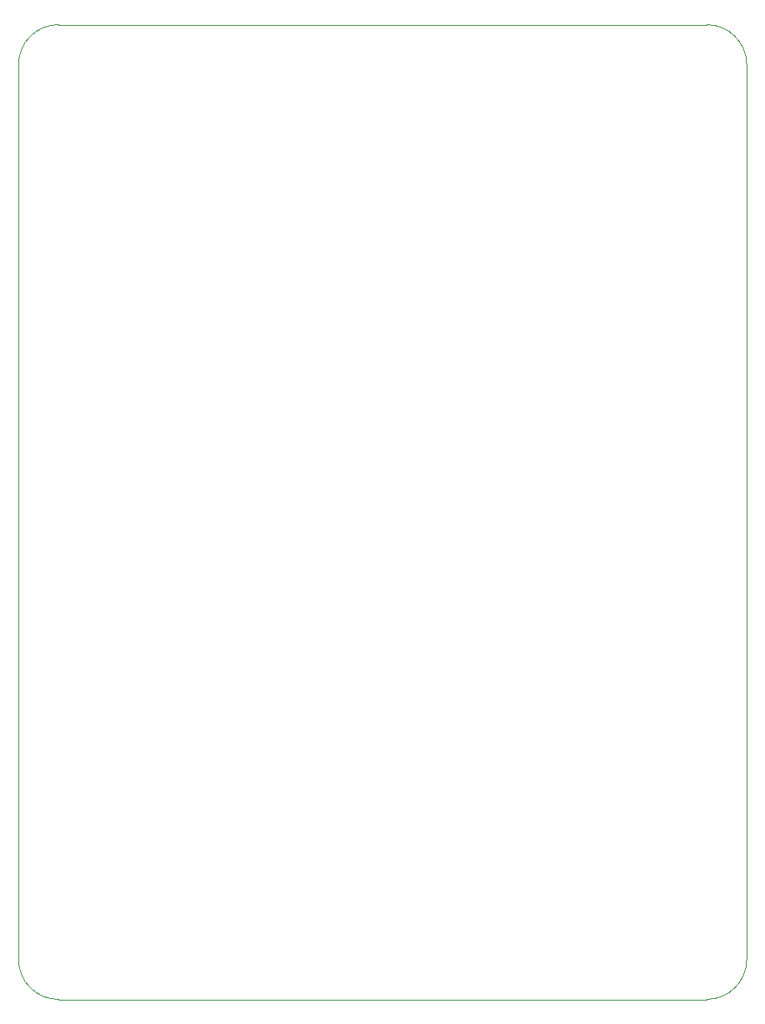
<source format=gbr>
G04 #@! TF.GenerationSoftware,KiCad,Pcbnew,(6.0.8)*
G04 #@! TF.CreationDate,2023-01-06T14:50:39-06:00*
G04 #@! TF.ProjectId,Controls-LightingPCB,436f6e74-726f-46c7-932d-4c6967687469,rev?*
G04 #@! TF.SameCoordinates,Original*
G04 #@! TF.FileFunction,Profile,NP*
%FSLAX46Y46*%
G04 Gerber Fmt 4.6, Leading zero omitted, Abs format (unit mm)*
G04 Created by KiCad (PCBNEW (6.0.8)) date 2023-01-06 14:50:39*
%MOMM*%
%LPD*%
G01*
G04 APERTURE LIST*
G04 #@! TA.AperFunction,Profile*
%ADD10C,0.050000*%
G04 #@! TD*
G04 APERTURE END LIST*
D10*
X181864000Y-48006000D02*
X181864000Y-138684000D01*
X107950000Y-138684000D02*
X107950000Y-48006000D01*
X177800000Y-142748000D02*
X112014000Y-142748000D01*
X181864000Y-48006000D02*
G75*
G03*
X177800000Y-43942000I-4064000J0D01*
G01*
X112014000Y-43942000D02*
X177800000Y-43942000D01*
X177800000Y-142748000D02*
G75*
G03*
X181864000Y-138684000I0J4064000D01*
G01*
X112014000Y-43942000D02*
G75*
G03*
X107950000Y-48006000I0J-4064000D01*
G01*
X107950000Y-138684000D02*
G75*
G03*
X112014000Y-142748000I4064000J0D01*
G01*
M02*

</source>
